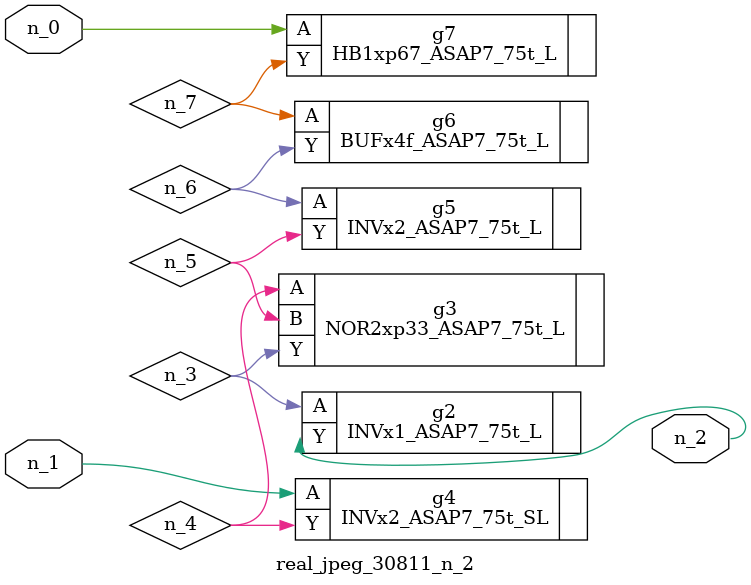
<source format=v>
module real_jpeg_30811_n_2 (n_1, n_0, n_2);

input n_1;
input n_0;

output n_2;

wire n_5;
wire n_4;
wire n_6;
wire n_7;
wire n_3;

HB1xp67_ASAP7_75t_L g7 ( 
.A(n_0),
.Y(n_7)
);

INVx2_ASAP7_75t_SL g4 ( 
.A(n_1),
.Y(n_4)
);

INVx1_ASAP7_75t_L g2 ( 
.A(n_3),
.Y(n_2)
);

NOR2xp33_ASAP7_75t_L g3 ( 
.A(n_4),
.B(n_5),
.Y(n_3)
);

INVx2_ASAP7_75t_L g5 ( 
.A(n_6),
.Y(n_5)
);

BUFx4f_ASAP7_75t_L g6 ( 
.A(n_7),
.Y(n_6)
);


endmodule
</source>
